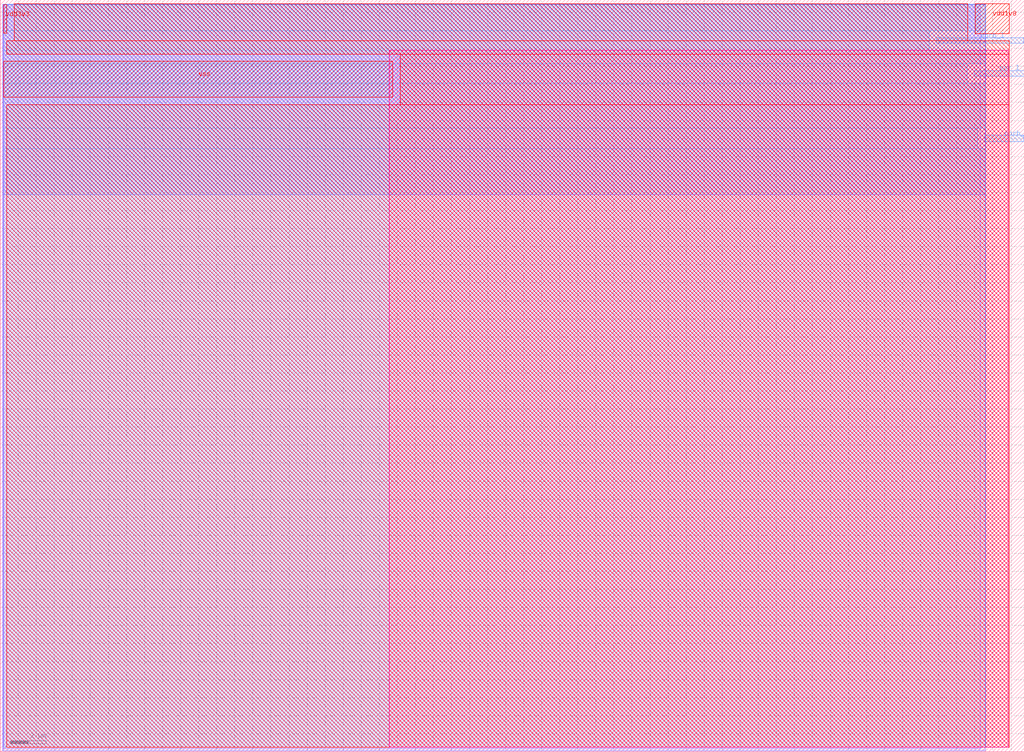
<source format=lef>
VERSION 5.7 ;
  NOWIREEXTENSIONATPIN ON ;
  DIVIDERCHAR "/" ;
  BUSBITCHARS "[]" ;
MACRO simple_por
  CLASS BLOCK ;
  FOREIGN simple_por ;
  ORIGIN 0.000 0.000 ;
  SIZE 56.720 BY 41.690 ;
  PIN vdd3v3
    USE POWER ;
    PORT
      LAYER met4 ;
        RECT 0.190 39.825 0.365 41.415 ;
    END
  END vdd3v3
  PIN vdd1v8
    USE POWER ;
    PORT
      LAYER met4 ;
        RECT 54.010 39.810 55.900 41.455 ;
    END
  END vdd1v8
  PIN vss
    USE GROUND ;
    PORT
      LAYER met4 ;
        RECT 0.190 36.275 21.750 38.275 ;
    END
  END vss
  PIN porb_h
    PORT
      LAYER met3 ;
        RECT 54.545 33.825 56.710 34.170 ;
    END
  END porb_h
  PIN por_l
    PORT
      LAYER met3 ;
        RECT 53.960 37.455 56.720 37.755 ;
    END
  END por_l
  PIN porb_l
    PORT
      LAYER met3 ;
        RECT 51.855 39.280 56.715 39.580 ;
    END
  END porb_l
  OBS
      LAYER li1 ;
        RECT 0.175 0.180 54.300 41.440 ;
      LAYER met1 ;
        RECT 0.125 0.055 54.575 41.430 ;
      LAYER met2 ;
        RECT 0.190 30.880 54.590 41.435 ;
      LAYER met3 ;
        RECT 0.190 39.980 54.590 41.415 ;
        RECT 0.190 38.880 51.455 39.980 ;
        RECT 0.190 38.155 54.590 38.880 ;
        RECT 0.190 37.055 53.560 38.155 ;
        RECT 0.190 34.570 54.590 37.055 ;
        RECT 0.190 33.425 54.145 34.570 ;
        RECT 0.190 0.255 54.590 33.425 ;
      LAYER met4 ;
        RECT 0.765 39.425 53.610 41.455 ;
        RECT 0.365 39.410 53.610 39.425 ;
        RECT 0.365 38.675 55.890 39.410 ;
        RECT 22.150 35.875 55.890 38.675 ;
        RECT 0.365 0.255 55.890 35.875 ;
      LAYER met5 ;
        RECT 21.565 0.250 55.855 38.895 ;
  END
END simple_por
END LIBRARY


</source>
